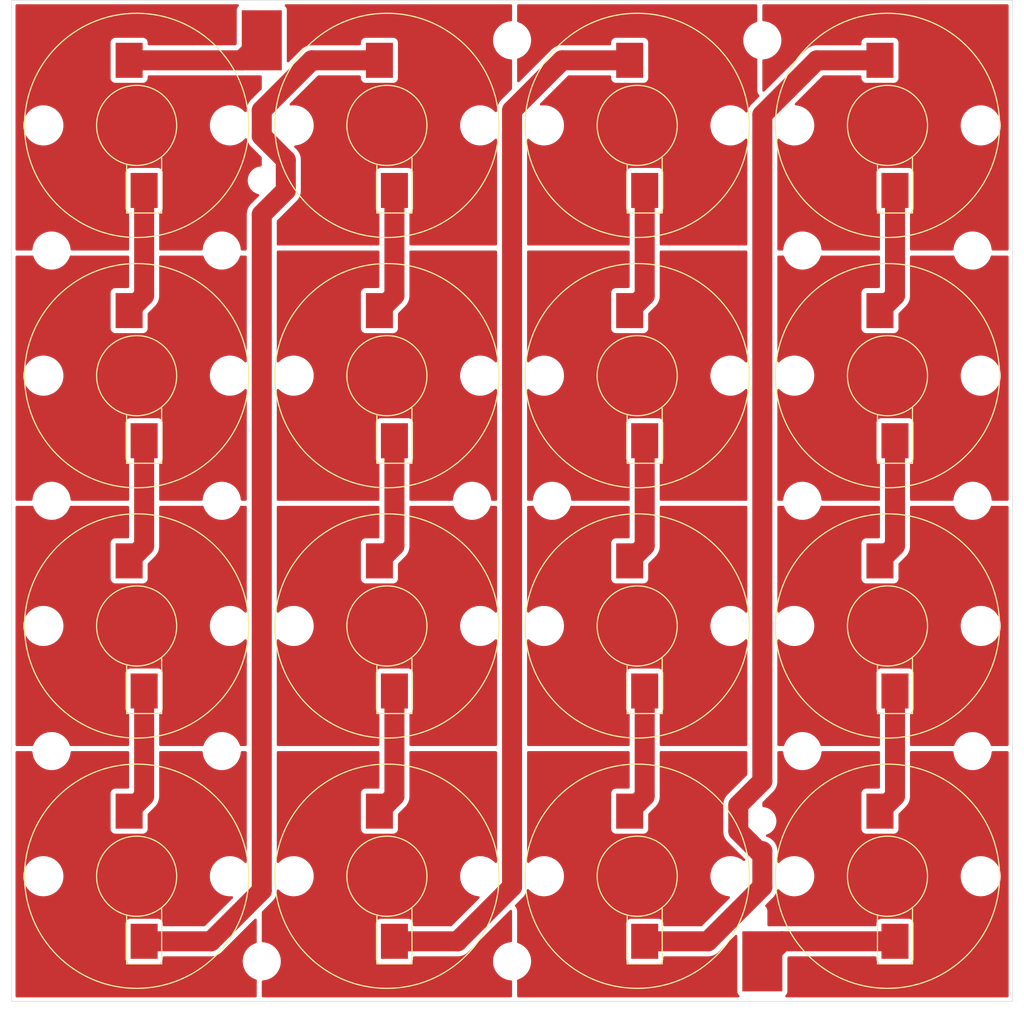
<source format=kicad_pcb>
(kicad_pcb (version 20241229) (generator "pcbnew") (generator_version "9.0")
  (layers (0 "F.Cu" signal) (2 "B.Cu" signal) (13 "F.Paste" user) (15 "B.Paste" user) (5 "F.SilkS" user "F.Silkscreen") (7 "B.SilkS" user "B.Silkscreen") (1 "F.Mask" user) (3 "B.Mask" user) (25 "Edge.Cuts" user))
  (net 0 "")
  (net 1 "Net-(D1-K)")
  (net 2 "unconnected-(D1-PAD-Pad3)")
  (net 3 "Net-(D2-K)")
  (net 4 "Net-(D3-K)")
  (net 5 "Net-(D5-K)")
  (net 6 "Net-(D10-A)")
  (net 7 "Net-(D10-K)")
  (net 8 "Net-(D11-K)")
  (net 9 "Net-(D4-K)")
  (net 10 "Net-(D12-K)")
  (net 11 "VCC")
  (net 12 "Net-(D13-K)")
  (net 13 "Net-(D14-K)")
  (net 14 "Net-(D15-K)")
  (net 15 "GND")
  (net 16 "unconnected-(D2-PAD-Pad3)")
  (net 17 "unconnected-(D3-PAD-Pad3)")
  (net 18 "unconnected-(D4-PAD-Pad3)")
  (net 19 "unconnected-(D5-PAD-Pad3)")
  (net 20 "unconnected-(D6-PAD-Pad3)")
  (net 21 "unconnected-(D7-PAD-Pad3)")
  (net 22 "unconnected-(D8-PAD-Pad3)")
  (net 23 "unconnected-(D9-PAD-Pad3)")
  (net 24 "unconnected-(D10-PAD-Pad3)")
  (net 25 "unconnected-(D11-PAD-Pad3)")
  (net 26 "unconnected-(D12-PAD-Pad3)")
  (net 27 "unconnected-(D13-PAD-Pad3)")
  (net 28 "unconnected-(D14-PAD-Pad3)")
  (net 29 "unconnected-(D15-PAD-Pad3)")
  (net 30 "unconnected-(D16-PAD-Pad3)")
  (net 31 "Net-(D6-K)")
  (net 32 "Net-(D7-K)")
  (net 33 "Net-(D8-K)")
  (footprint "MountingHole:MountingHole_3.2mm_M3" (layer "F.Cu") (at 25 96)
    (property "Reference" "H15" (hide yes))
    (property "Value" "MountingHole")
    (pad "" np_thru_hole circle (at 0 0) (size 3.2 3.2) (drill 3.2) (layers "*.Cu" "*.Mask"))
  )
  (footprint "misc:LED_3W_OTDIODE_COMBINED" (layer "F.Cu") (at 12.5 62.5 90)
    (property "Reference" "D3" (hide yes))
    (property "Value" "LED_Pad")
    (fp_line (start -4 -1) (end -8.75 -1) (stroke (width 0.12)) (layer "F.SilkS"))
    (fp_line (start -8.75 -1) (end -8.75 2.5) (stroke (width 0.12)) (layer "F.SilkS"))
    (fp_line (start -8.75 2.5) (end -3.25 2.5) (stroke (width 0.12)) (layer "F.SilkS"))
    (fp_circle (center 0 0) (end 11.2 0) (stroke (width 0.12)) (fill no) (layer "F.SilkS"))
    (fp_circle (center 0 0) (end 4 0) (stroke (width 0.12)) (fill no) (layer "F.SilkS"))
    (pad "" np_thru_hole circle (at 0 -9.315 90) (size 3.4 3.4) (drill 3.4) (layers "*.Cu" "*.Mask"))
    (pad "" np_thru_hole circle (at 0 9.315 90) (size 3.4 3.4) (drill 3.4) (layers "*.Cu" "*.Mask"))
    (pad "1" smd rect (at -6.5 0.75 90) (size 3.5 2.7) (layers "F.Cu" "F.Mask" "F.Paste") (net 4 "Net-(D3-K)"))
    (pad "2" smd rect (at 6.5 -0.75 90) (size 3.5 2.7) (layers "F.Cu" "F.Mask" "F.Paste") (net 3 "Net-(D2-K)"))
    (pad "3" smd circle (at 0 0 90) (size 6 6) (layers "F.Cu" "F.Mask" "F.Paste") (net 17 "unconnected-(D3-PAD-Pad3)"))
  )
  (footprint "MountingHole:MountingHole_3.2mm_M3" (layer "F.Cu") (at 79 25)
    (property "Reference" "H10" (hide yes))
    (property "Value" "MountingHole")
    (pad "" np_thru_hole circle (at 0 0) (size 3.2 3.2) (drill 3.2) (layers "*.Cu" "*.Mask"))
  )
  (footprint "misc:LED_3W_OTDIODE_COMBINED" (layer "F.Cu") (at 37.5 12.5 90)
    (property "Reference" "D5" (hide yes))
    (property "Value" "LED_Pad")
    (fp_line (start -4 -1) (end -8.75 -1) (stroke (width 0.12)) (layer "F.SilkS"))
    (fp_line (start -8.75 -1) (end -8.75 2.5) (stroke (width 0.12)) (layer "F.SilkS"))
    (fp_line (start -8.75 2.5) (end -3.25 2.5) (stroke (width 0.12)) (layer "F.SilkS"))
    (fp_circle (center 0 0) (end 11.2 0) (stroke (width 0.12)) (fill no) (layer "F.SilkS"))
    (fp_circle (center 0 0) (end 4 0) (stroke (width 0.12)) (fill no) (layer "F.SilkS"))
    (pad "" np_thru_hole circle (at 0 -9.315 90) (size 3.4 3.4) (drill 3.4) (layers "*.Cu" "*.Mask"))
    (pad "" np_thru_hole circle (at 0 9.315 90) (size 3.4 3.4) (drill 3.4) (layers "*.Cu" "*.Mask"))
    (pad "1" smd rect (at -6.5 0.75 90) (size 3.5 2.7) (layers "F.Cu" "F.Mask" "F.Paste") (net 5 "Net-(D5-K)"))
    (pad "2" smd rect (at 6.5 -0.75 90) (size 3.5 2.7) (layers "F.Cu" "F.Mask" "F.Paste") (net 9 "Net-(D4-K)"))
    (pad "3" smd circle (at 0 0 90) (size 6 6) (layers "F.Cu" "F.Mask" "F.Paste") (net 19 "unconnected-(D5-PAD-Pad3)"))
  )
  (footprint "MountingHole:MountingHole_3.2mm_M3" (layer "F.Cu") (at 46 50)
    (property "Reference" "H9" (hide yes))
    (property "Value" "MountingHole")
    (pad "" np_thru_hole circle (at 0 0) (size 3.2 3.2) (drill 3.2) (layers "*.Cu" "*.Mask"))
  )
  (footprint "MountingHole:MountingHole_3.2mm_M3" (layer "F.Cu") (at 21 50)
    (property "Reference" "H16" (hide yes))
    (property "Value" "MountingHole")
    (pad "" np_thru_hole circle (at 0 0) (size 3.2 3.2) (drill 3.2) (layers "*.Cu" "*.Mask"))
  )
  (footprint "MountingHole:MountingHole_3.2mm_M3" (layer "F.Cu") (at 4 25)
    (property "Reference" "H3" (hide yes))
    (property "Value" "MountingHole")
    (pad "" np_thru_hole circle (at 0 0) (size 3.2 3.2) (drill 3.2) (layers "*.Cu" "*.Mask"))
  )
  (footprint "MountingHole:MountingHole_2.2mm_M2" (layer "F.Cu") (at 25 18 -90)
    (property "Reference" "H1" (hide yes))
    (property "Value" "MountingHole")
    (pad "" np_thru_hole circle (at 0 0 270) (size 2.2 2.2) (drill 2.2) (layers "*.Cu" "*.Mask"))
  )
  (footprint "MountingHole:MountingHole_3.2mm_M3" (layer "F.Cu") (at 79 75)
    (property "Reference" "H4" (hide yes))
    (property "Value" "MountingHole")
    (pad "" np_thru_hole circle (at 0 0) (size 3.2 3.2) (drill 3.2) (layers "*.Cu" "*.Mask"))
  )
  (footprint "MountingHole:MountingHole_3.2mm_M3" (layer "F.Cu") (at 54 50)
    (property "Reference" "H20" (hide yes))
    (property "Value" "MountingHole")
    (pad "" np_thru_hole circle (at 0 0) (size 3.2 3.2) (drill 3.2) (layers "*.Cu" "*.Mask"))
  )
  (footprint "MountingHole:MountingHole_3.2mm_M3" (layer "F.Cu") (at 50 4)
    (property "Reference" "H14" (hide yes))
    (property "Value" "MountingHole")
    (pad "" np_thru_hole circle (at 0 0) (size 3.2 3.2) (drill 3.2) (layers "*.Cu" "*.Mask"))
  )
  (footprint "misc:LED_3W_OTDIODE_COMBINED" (layer "F.Cu") (at 12.5 87.5 90)
    (property "Reference" "D4" (hide yes))
    (property "Value" "LED_Pad")
    (fp_line (start -4 -1) (end -8.75 -1) (stroke (width 0.12)) (layer "F.SilkS"))
    (fp_line (start -8.75 -1) (end -8.75 2.5) (stroke (width 0.12)) (layer "F.SilkS"))
    (fp_line (start -8.75 2.5) (end -3.25 2.5) (stroke (width 0.12)) (layer "F.SilkS"))
    (fp_circle (center 0 0) (end 11.2 0) (stroke (width 0.12)) (fill no) (layer "F.SilkS"))
    (fp_circle (center 0 0) (end 4 0) (stroke (width 0.12)) (fill no) (layer "F.SilkS"))
    (pad "" np_thru_hole circle (at 0 -9.315 90) (size 3.4 3.4) (drill 3.4) (layers "*.Cu" "*.Mask"))
    (pad "" np_thru_hole circle (at 0 9.315 90) (size 3.4 3.4) (drill 3.4) (layers "*.Cu" "*.Mask"))
    (pad "1" smd rect (at -6.5 0.75 90) (size 3.5 2.7) (layers "F.Cu" "F.Mask" "F.Paste") (net 9 "Net-(D4-K)"))
    (pad "2" smd rect (at 6.5 -0.75 90) (size 3.5 2.7) (layers "F.Cu" "F.Mask" "F.Paste") (net 4 "Net-(D3-K)"))
    (pad "3" smd circle (at 0 0 90) (size 6 6) (layers "F.Cu" "F.Mask" "F.Paste") (net 18 "unconnected-(D4-PAD-Pad3)"))
  )
  (footprint "MountingHole:MountingHole_3.2mm_M3" (layer "F.Cu") (at 50 96)
    (property "Reference" "H19" (hide yes))
    (property "Value" "MountingHole")
    (pad "" np_thru_hole circle (at 0 0) (size 3.2 3.2) (drill 3.2) (layers "*.Cu" "*.Mask"))
  )
  (footprint "MountingHole:MountingHole_3.2mm_M3" (layer "F.Cu") (at 4 50)
    (property "Reference" "H12" (hide yes))
    (property "Value" "MountingHole")
    (pad "" np_thru_hole circle (at 0 0) (size 3.2 3.2) (drill 3.2) (layers "*.Cu" "*.Mask"))
  )
  (footprint "MountingHole:MountingHole_3.2mm_M3" (layer "F.Cu") (at 96 50)
    (property "Reference" "H13" (hide yes))
    (property "Value" "MountingHole")
    (pad "" np_thru_hole circle (at 0 0) (size 3.2 3.2) (drill 3.2) (layers "*.Cu" "*.Mask"))
  )
  (footprint "misc:SolderWirePad_1x01_SMD_4x6mm" (layer "F.Cu") (at 75 96)
    (property "Reference" "TP2" (hide yes))
    (property "Value" "TestPoint")
    (pad "1" smd rect (at 0 0) (size 4 6) (layers "F.Cu" "F.Mask" "F.Paste") (net 15 "GND"))
  )
  (footprint "misc:LED_3W_OTDIODE_COMBINED" (layer "F.Cu") (at 62.5 62.5 90)
    (property "Reference" "D11" (hide yes))
    (property "Value" "LED_Pad")
    (fp_line (start -4 -1) (end -8.75 -1) (stroke (width 0.12)) (layer "F.SilkS"))
    (fp_line (start -8.75 -1) (end -8.75 2.5) (stroke (width 0.12)) (layer "F.SilkS"))
    (fp_line (start -8.75 2.5) (end -3.25 2.5) (stroke (width 0.12)) (layer "F.SilkS"))
    (fp_circle (center 0 0) (end 11.2 0) (stroke (width 0.12)) (fill no) (layer "F.SilkS"))
    (fp_circle (center 0 0) (end 4 0) (stroke (width 0.12)) (fill no) (layer "F.SilkS"))
    (pad "" np_thru_hole circle (at 0 -9.315 90) (size 3.4 3.4) (drill 3.4) (layers "*.Cu" "*.Mask"))
    (pad "" np_thru_hole circle (at 0 9.315 90) (size 3.4 3.4) (drill 3.4) (layers "*.Cu" "*.Mask"))
    (pad "1" smd rect (at -6.5 0.75 90) (size 3.5 2.7) (layers "F.Cu" "F.Mask" "F.Paste") (net 8 "Net-(D11-K)"))
    (pad "2" smd rect (at 6.5 -0.75 90) (size 3.5 2.7) (layers "F.Cu" "F.Mask" "F.Paste") (net 7 "Net-(D10-K)"))
    (pad "3" smd circle (at 0 0 90) (size 6 6) (layers "F.Cu" "F.Mask" "F.Paste") (net 25 "unconnected-(D11-PAD-Pad3)"))
  )
  (footprint "MountingHole:MountingHole_2.2mm_M2" (layer "F.Cu") (at 75 82 -90)
    (property "Reference" "H2" (hide yes))
    (property "Value" "MountingHole")
    (pad "" np_thru_hole circle (at 0 0 270) (size 2.2 2.2) (drill 2.2) (layers "*.Cu" "*.Mask"))
  )
  (footprint "misc:LED_3W_OTDIODE_COMBINED" (layer "F.Cu") (at 87.5 37.5 90)
    (property "Reference" "D14" (hide yes))
    (property "Value" "LED_Pad")
    (fp_line (start -4 -1) (end -8.75 -1) (stroke (width 0.12)) (layer "F.SilkS"))
    (fp_line (start -8.75 -1) (end -8.75 2.5) (stroke (width 0.12)) (layer "F.SilkS"))
    (fp_line (start -8.75 2.5) (end -3.25 2.5) (stroke (width 0.12)) (layer "F.SilkS"))
    (fp_circle (center 0 0) (end 11.2 0) (stroke (width 0.12)) (fill no) (layer "F.SilkS"))
    (fp_circle (center 0 0) (end 4 0) (stroke (width 0.12)) (fill no) (layer "F.SilkS"))
    (pad "" np_thru_hole circle (at 0 -9.315 90) (size 3.4 3.4) (drill 3.4) (layers "*.Cu" "*.Mask"))
    (pad "" np_thru_hole circle (at 0 9.315 90) (size 3.4 3.4) (drill 3.4) (layers "*.Cu" "*.Mask"))
    (pad "1" smd rect (at -6.5 0.75 90) (size 3.5 2.7) (layers "F.Cu" "F.Mask" "F.Paste") (net 13 "Net-(D14-K)"))
    (pad "2" smd rect (at 6.5 -0.75 90) (size 3.5 2.7) (layers "F.Cu" "F.Mask" "F.Paste") (net 12 "Net-(D13-K)"))
    (pad "3" smd circle (at 0 0 90) (size 6 6) (layers "F.Cu" "F.Mask" "F.Paste") (net 28 "unconnected-(D14-PAD-Pad3)"))
  )
  (footprint "MountingHole:MountingHole_3.2mm_M3" (layer "F.Cu") (at 75 4)
    (property "Reference" "H18" (hide yes))
    (property "Value" "MountingHole")
    (pad "" np_thru_hole circle (at 0 0) (size 3.2 3.2) (drill 3.2) (layers "*.Cu" "*.Mask"))
  )
  (footprint "MountingHole:MountingHole_3.2mm_M3" (layer "F.Cu") (at 21 75)
    (property "Reference" "H11" (hide yes))
    (property "Value" "MountingHole")
    (pad "" np_thru_hole circle (at 0 0) (size 3.2 3.2) (drill 3.2) (layers "*.Cu" "*.Mask"))
  )
  (footprint "misc:LED_3W_OTDIODE_COMBINED" (layer "F.Cu") (at 12.5 37.5 90)
    (property "Reference" "D2" (hide yes))
    (property "Value" "LED_Pad")
    (fp_line (start -4 -1) (end -8.75 -1) (stroke (width 0.12)) (layer "F.SilkS"))
    (fp_line (start -8.75 -1) (end -8.75 2.5) (stroke (width 0.12)) (layer "F.SilkS"))
    (fp_line (start -8.75 2.5) (end -3.25 2.5) (stroke (width 0.12)) (layer "F.SilkS"))
    (fp_circle (center 0 0) (end 11.2 0) (stroke (width 0.12)) (fill no) (layer "F.SilkS"))
    (fp_circle (center 0 0) (end 4 0) (stroke (width 0.12)) (fill no) (layer "F.SilkS"))
    (pad "" np_thru_hole circle (at 0 -9.315 90) (size 3.4 3.4) (drill 3.4) (layers "*.Cu" "*.Mask"))
    (pad "" np_thru_hole circle (at 0 9.315 90) (size 3.4 3.4) (drill 3.4) (layers "*.Cu" "*.Mask"))
    (pad "1" smd rect (at -6.5 0.75 90) (size 3.5 2.7) (layers "F.Cu" "F.Mask" "F.Paste") (net 3 "Net-(D2-K)"))
    (pad "2" smd rect (at 6.5 -0.75 90) (size 3.5 2.7) (layers "F.Cu" "F.Mask" "F.Paste") (net 1 "Net-(D1-K)"))
    (pad "3" smd circle (at 0 0 90) (size 6 6) (layers "F.Cu" "F.Mask" "F.Paste") (net 16 "unconnected-(D2-PAD-Pad3)"))
  )
  (footprint "misc:LED_3W_OTDIODE_COMBINED" (layer "F.Cu") (at 62.5 87.5 90)
    (property "Reference" "D12" (hide yes))
    (property "Value" "LED_Pad")
    (fp_line (start -4 -1) (end -8.75 -1) (stroke (width 0.12)) (layer "F.SilkS"))
    (fp_line (start -8.75 -1) (end -8.75 2.5) (stroke (width 0.12)) (layer "F.SilkS"))
    (fp_line (start -8.75 2.5) (end -3.25 2.5) (stroke (width 0.12)) (layer "F.SilkS"))
    (fp_circle (center 0 0) (end 11.2 0) (stroke (width 0.12)) (fill no) (layer "F.SilkS"))
    (fp_circle (center 0 0) (end 4 0) (stroke (width 0.12)) (fill no) (layer "F.SilkS"))
    (pad "" np_thru_hole circle (at 0 -9.315 90) (size 3.4 3.4) (drill 3.4) (layers "*.Cu" "*.Mask"))
    (pad "" np_thru_hole circle (at 0 9.315 90) (size 3.4 3.4) (drill 3.4) (layers "*.Cu" "*.Mask"))
    (pad "1" smd rect (at -6.5 0.75 90) (size 3.5 2.7) (layers "F.Cu" "F.Mask" "F.Paste") (net 10 "Net-(D12-K)"))
    (pad "2" smd rect (at 6.5 -0.75 90) (size 3.5 2.7) (layers "F.Cu" "F.Mask" "F.Paste") (net 8 "Net-(D11-K)"))
    (pad "3" smd circle (at 0 0 90) (size 6 6) (layers "F.Cu" "F.Mask" "F.Paste") (net 26 "unconnected-(D12-PAD-Pad3)"))
  )
  (footprint "MountingHole:MountingHole_3.2mm_M3" (layer "F.Cu") (at 96 75)
    (property "Reference" "H7" (hide yes))
    (property "Value" "MountingHole")
    (pad "" np_thru_hole circle (at 0 0) (size 3.2 3.2) (drill 3.2) (layers "*.Cu" "*.Mask"))
  )
  (footprint "misc:LED_3W_OTDIODE_COMBINED" (layer "F.Cu") (at 37.5 37.5 90)
    (property "Reference" "D6" (hide yes))
    (property "Value" "LED_Pad")
    (fp_line (start -4 -1) (end -8.75 -1) (stroke (width 0.12)) (layer "F.SilkS"))
    (fp_line (start -8.75 -1) (end -8.75 2.5) (stroke (width 0.12)) (layer "F.SilkS"))
    (fp_line (start -8.75 2.5) (end -3.25 2.5) (stroke (width 0.12)) (layer "F.SilkS"))
    (fp_circle (center 0 0) (end 11.2 0) (stroke (width 0.12)) (fill no) (layer "F.SilkS"))
    (fp_circle (center 0 0) (end 4 0) (stroke (width 0.12)) (fill no) (layer "F.SilkS"))
    (pad "" np_thru_hole circle (at 0 -9.315 90) (size 3.4 3.4) (drill 3.4) (layers "*.Cu" "*.Mask"))
    (pad "" np_thru_hole circle (at 0 9.315 90) (size 3.4 3.4) (drill 3.4) (layers "*.Cu" "*.Mask"))
    (pad "1" smd rect (at -6.5 0.75 90) (size 3.5 2.7) (layers "F.Cu" "F.Mask" "F.Paste") (net 31 "Net-(D6-K)"))
    (pad "2" smd rect (at 6.5 -0.75 90) (size 3.5 2.7) (layers "F.Cu" "F.Mask" "F.Paste") (net 5 "Net-(D5-K)"))
    (pad "3" smd circle (at 0 0 90) (size 6 6) (layers "F.Cu" "F.Mask" "F.Paste") (net 20 "unconnected-(D6-PAD-Pad3)"))
  )
  (footprint "misc:SolderWirePad_1x01_SMD_4x6mm" (layer "F.Cu") (at 25 4)
    (property "Reference" "TP1" (hide yes))
    (property "Value" "TestPoint")
    (pad "1" smd rect (at 0 0) (size 4 6) (layers "F.Cu" "F.Mask" "F.Paste") (net 11 "VCC"))
  )
  (footprint "MountingHole:MountingHole_3.2mm_M3" (layer "F.Cu") (at 21 25)
    (property "Reference" "H5" (hide yes))
    (property "Value" "MountingHole")
    (pad "" np_thru_hole circle (at 0 0) (size 3.2 3.2) (drill 3.2) (layers "*.Cu" "*.Mask"))
  )
  (footprint "misc:LED_3W_OTDIODE_COMBINED" (layer "F.Cu") (at 37.5 62.5 90)
    (property "Reference" "D7" (hide yes))
    (property "Value" "LED_Pad")
    (fp_line (start -4 -1) (end -8.75 -1) (stroke (width 0.12)) (layer "F.SilkS"))
    (fp_line (start -8.75 -1) (end -8.75 2.5) (stroke (width 0.12)) (layer "F.SilkS"))
    (fp_line (start -8.75 2.5) (end -3.25 2.5) (stroke (width 0.12)) (layer "F.SilkS"))
    (fp_circle (center 0 0) (end 11.2 0) (stroke (width 0.12)) (fill no) (layer "F.SilkS"))
    (fp_circle (center 0 0) (end 4 0) (stroke (width 0.12)) (fill no) (layer "F.SilkS"))
    (pad "" np_thru_hole circle (at 0 -9.315 90) (size 3.4 3.4) (drill 3.4) (layers "*.Cu" "*.Mask"))
    (pad "" np_thru_hole circle (at 0 9.315 90) (size 3.4 3.4) (drill 3.4) (layers "*.Cu" "*.Mask"))
    (pad "1" smd rect (at -6.5 0.75 90) (size 3.5 2.7) (layers "F.Cu" "F.Mask" "F.Paste") (net 32 "Net-(D7-K)"))
    (pad "2" smd rect (at 6.5 -0.75 90) (size 3.5 2.7) (layers "F.Cu" "F.Mask" "F.Paste") (net 31 "Net-(D6-K)"))
    (pad "3" smd circle (at 0 0 90) (size 6 6) (layers "F.Cu" "F.Mask" "F.Paste") (net 21 "unconnected-(D7-PAD-Pad3)"))
  )
  (footprint "misc:LED_3W_OTDIODE_COMBINED" (layer "F.Cu") (at 62.5 37.5 90)
    (property "Reference" "D10" (hide yes))
    (property "Value" "LED_Pad")
    (fp_line (start -4 -1) (end -8.75 -1) (stroke (width 0.12)) (layer "F.SilkS"))
    (fp_line (start -8.75 -1) (end -8.75 2.5) (stroke (width 0.12)) (layer "F.SilkS"))
    (fp_line (start -8.75 2.5) (end -3.25 2.5) (stroke (width 0.12)) (layer "F.SilkS"))
    (fp_circle (center 0 0) (end 11.2 0) (stroke (width 0.12)) (fill no) (layer "F.SilkS"))
    (fp_circle (center 0 0) (end 4 0) (stroke (width 0.12)) (fill no) (layer "F.SilkS"))
    (pad "" np_thru_hole circle (at 0 -9.315 90) (size 3.4 3.4) (drill 3.4) (layers "*.Cu" "*.Mask"))
    (pad "" np_thru_hole circle (at 0 9.315 90) (size 3.4 3.4) (drill 3.4) (layers "*.Cu" "*.Mask"))
    (pad "1" smd rect (at -6.5 0.75 90) (size 3.5 2.7) (layers "F.Cu" "F.Mask" "F.Paste") (net 7 "Net-(D10-K)"))
    (pad "2" smd rect (at 6.5 -0.75 90) (size 3.5 2.7) (layers "F.Cu" "F.Mask" "F.Paste") (net 6 "Net-(D10-A)"))
    (pad "3" smd circle (at 0 0 90) (size 6 6) (layers "F.Cu" "F.Mask" "F.Paste") (net 24 "unconnected-(D10-PAD-Pad3)"))
  )
  (footprint "MountingHole:MountingHole_3.2mm_M3" (layer "F.Cu") (at 4 75)
    (property "Reference" "H6" (hide yes))
    (property "Value" "MountingHole")
    (pad "" np_thru_hole circle (at 0 0) (size 3.2 3.2) (drill 3.2) (layers "*.Cu" "*.Mask"))
  )
  (footprint "misc:LED_3W_OTDIODE_COMBINED" (layer "F.Cu") (at 37.5 87.5 90)
    (property "Reference" "D8" (hide yes))
    (property "Value" "LED_Pad")
    (fp_line (start -4 -1) (end -8.75 -1) (stroke (width 0.12)) (layer "F.SilkS"))
    (fp_line (start -8.75 -1) (end -8.75 2.5) (stroke (width 0.12)) (layer "F.SilkS"))
    (fp_line (start -8.75 2.5) (end -3.25 2.5) (stroke (width 0.12)) (layer "F.SilkS"))
    (fp_circle (center 0 0) (end 11.2 0) (stroke (width 0.12)) (fill no) (layer "F.SilkS"))
    (fp_circle (center 0 0) (end 4 0) (stroke (width 0.12)) (fill no) (layer "F.SilkS"))
    (pad "" np_thru_hole circle (at 0 -9.315 90) (size 3.4 3.4) (drill 3.4) (layers "*.Cu" "*.Mask"))
    (pad "" np_thru_hole circle (at 0 9.315 90) (size 3.4 3.4) (drill 3.4) (layers "*.Cu" "*.Mask"))
    (pad "1" smd rect (at -6.5 0.75 90) (size 3.5 2.7) (layers "F.Cu" "F.Mask" "F.Paste") (net 33 "Net-(D8-K)"))
    (pad "2" smd rect (at 6.5 -0.75 90) (size 3.5 2.7) (layers "F.Cu" "F.Mask" "F.Paste") (net 32 "Net-(D7-K)"))
    (pad "3" smd circle (at 0 0 90) (size 6 6) (layers "F.Cu" "F.Mask" "F.Paste") (net 22 "unconnected-(D8-PAD-Pad3)"))
  )
  (footprint "MountingHole:MountingHole_3.2mm_M3" (layer "F.Cu") (at 96 25)
    (property "Reference" "H8" (hide yes))
    (property "Value" "MountingHole")
    (pad "" np_thru_hole circle (at 0 0) (size 3.2 3.2) (drill 3.2) (layers "*.Cu" "*.Mask"))
  )
  (footprint "misc:LED_3W_OTDIODE_COMBINED" (layer "F.Cu") (at 12.5 12.5 90)
    (property "Reference" "D1" (hide yes))
    (property "Value" "LED_Pad")
    (fp_line (start -4 -1) (end -8.75 -1) (stroke (width 0.12)) (layer "F.SilkS"))
    (fp_line (start -8.75 -1) (end -8.75 2.5) (stroke (width 0.12)) (layer "F.SilkS"))
    (fp_line (start -8.75 2.5) (end -3.25 2.5) (stroke (width 0.12)) (layer "F.SilkS"))
    (fp_circle (center 0 0) (end 11.2 0) (stroke (width 0.12)) (fill no) (layer "F.SilkS"))
    (fp_circle (center 0 0) (end 4 0) (stroke (width 0.12)) (fill no) (layer "F.SilkS"))
    (pad "" np_thru_hole circle (at 0 -9.315 90) (size 3.4 3.4) (drill 3.4) (layers "*.Cu" "*.Mask"))
    (pad "" np_thru_hole circle (at 0 9.315 90) (size 3.4 3.4) (drill 3.4) (layers "*.Cu" "*.Mask"))
    (pad "1" smd rect (at -6.5 0.75 90) (size 3.5 2.7) (layers "F.Cu" "F.Mask" "F.Paste") (net 1 "Net-(D1-K)"))
    (pad "2" smd rect (at 6.5 -0.75 90) (size 3.5 2.7) (layers "F.Cu" "F.Mask" "F.Paste") (net 11 "VCC"))
    (pad "3" smd circle (at 0 0 90) (size 6 6) (layers "F.Cu" "F.Mask" "F.Paste") (net 2 "unconnected-(D1-PAD-Pad3)"))
  )
  (footprint "MountingHole:MountingHole_3.2mm_M3" (layer "F.Cu") (at 79 50)
    (property "Reference" "H17" (hide yes))
    (property "Value" "MountingHole")
    (pad "" np_thru_hole circle (at 0 0) (size 3.2 3.2) (drill 3.2) (layers "*.Cu" "*.Mask"))
  )
  (footprint "misc:LED_3W_OTDIODE_COMBINED" (layer "F.Cu") (at 62.5 12.5 90)
    (property "Reference" "D9" (hide yes))
    (property "Value" "LED_Pad")
    (fp_line (start -4 -1) (end -8.75 -1) (stroke (width 0.12)) (layer "F.SilkS"))
    (fp_line (start -8.75 -1) (end -8.75 2.5) (stroke (width 0.12)) (layer "F.SilkS"))
    (fp_line (start -8.75 2.5) (end -3.25 2.5) (stroke (width 0.12)) (layer "F.SilkS"))
    (fp_circle (center 0 0) (end 11.2 0) (stroke (width 0.12)) (fill no) (layer "F.SilkS"))
    (fp_circle (center 0 0) (end 4 0) (stroke (width 0.12)) (fill no) (layer "F.SilkS"))
    (pad "" np_thru_hole circle (at 0 -9.315 90) (size 3.4 3.4) (drill 3.4) (layers "*.Cu" "*.Mask"))
    (pad "" np_thru_hole circle (at 0 9.315 90) (size 3.4 3.4) (drill 3.4) (layers "*.Cu" "*.Mask"))
    (pad "1" smd rect (at -6.5 0.75 90) (size 3.5 2.7) (layers "F.Cu" "F.Mask" "F.Paste") (net 6 "Net-(D10-A)"))
    (pad "2" smd rect (at 6.5 -0.75 90) (size 3.5 2.7) (layers "F.Cu" "F.Mask" "F.Paste") (net 33 "Net-(D8-K)"))
    (pad "3" smd circle (at 0 0 90) (size 6 6) (layers "F.Cu" "F.Mask" "F.Paste") (net 23 "unconnected-(D9-PAD-Pad3)"))
  )
  (footprint "misc:LED_3W_OTDIODE_COMBINED" (layer "F.Cu") (at 87.5 87.5 90)
    (property "Reference" "D16" (hide yes))
    (property "Value" "LED_Pad")
    (fp_line (start -4 -1) (end -8.75 -1) (stroke (width 0.12)) (layer "F.SilkS"))
    (fp_line (start -8.75 -1) (end -8.75 2.5) (stroke (width 0.12)) (layer "F.SilkS"))
    (fp_line (start -8.75 2.5) (end -3.25 2.5) (stroke (width 0.12)) (layer "F.SilkS"))
    (fp_circle (center 0 0) (end 11.2 0) (stroke (width 0.12)) (fill no) (layer "F.SilkS"))
    (fp_circle (center 0 0) (end 4 0) (stroke (width 0.12)) (fill no) (layer "F.SilkS"))
    (pad "" np_thru_hole circle (at 0 -9.315 90) (size 3.4 3.4) (drill 3.4) (layers "*.Cu" "*.Mask"))
    (pad "" np_thru_hole circle (at 0 9.315 90) (size 3.4 3.4) (drill 3.4) (layers "*.Cu" "*.Mask"))
    (pad "1" smd rect (at -6.5 0.75 90) (size 3.5 2.7) (layers "F.Cu" "F.Mask" "F.Paste") (net 15 "GND"))
    (pad "2" smd rect (at 6.5 -0.75 90) (size 3.5 2.7) (layers "F.Cu" "F.Mask" "F.Paste") (net 14 "Net-(D15-K)"))
    (pad "3" smd circle (at 0 0 90) (size 6 6) (layers "F.Cu" "F.Mask" "F.Paste") (net 30 "unconnected-(D16-PAD-Pad3)"))
  )
  (footprint "misc:LED_3W_OTDIODE_COMBINED" (layer "F.Cu") (at 87.5 12.5 90)
    (property "Reference" "D13" (hide yes))
    (property "Value" "LED_Pad")
    (fp_line (start -4 -1) (end -8.75 -1) (stroke (width 0.12)) (layer "F.SilkS"))
    (fp_line (start -8.75 -1) (end -8.75 2.5) (stroke (width 0.12)) (layer "F.SilkS"))
    (fp_line (start -8.75 2.5) (end -3.25 2.5) (stroke (width 0.12)) (layer "F.SilkS"))
    (fp_circle (center 0 0) (end 11.2 0) (stroke (width 0.12)) (fill no) (layer "F.SilkS"))
    (fp_circle (center 0 0) (end 4 0) (stroke (width 0.12)) (fill no) (layer "F.SilkS"))
    (pad "" np_thru_hole circle (at 0 -9.315 90) (size 3.4 3.4) (drill 3.4) (layers "*.Cu" "*.Mask"))
    (pad "" np_thru_hole circle (at 0 9.315 90) (size 3.4 3.4) (drill 3.4) (layers "*.Cu" "*.Mask"))
    (pad "1" smd rect (at -6.5 0.75 90) (size 3.5 2.7) (layers "F.Cu" "F.Mask" "F.Paste") (net 12 "Net-(D13-K)"))
    (pad "2" smd rect (at 6.5 -0.75 90) (size 3.5 2.7) (layers "F.Cu" "F.Mask" "F.Paste") (net 10 "Net-(D12-K)"))
    (pad "3" smd circle (at 0 0 90) (size 6 6) (layers "F.Cu" "F.Mask" "F.Paste") (net 27 "unconnected-(D13-PAD-Pad3)"))
  )
  (footprint "misc:LED_3W_OTDIODE_COMBINED" (layer "F.Cu") (at 87.5 62.5 90)
    (property "Reference" "D15" (hide yes))
    (property "Value" "LED_Pad")
    (fp_line (start -4 -1) (end -8.75 -1) (stroke (width 0.12)) (layer "F.SilkS"))
    (fp_line (start -8.75 -1) (end -8.75 2.5) (stroke (width 0.12)) (layer "F.SilkS"))
    (fp_line (start -8.75 2.5) (end -3.25 2.5) (stroke (width 0.12)) (layer "F.SilkS"))
    (fp_circle (center 0 0) (end 11.2 0) (stroke (width 0.12)) (fill no) (layer "F.SilkS"))
    (fp_circle (center 0 0) (end 4 0) (stroke (width 0.12)) (fill no) (layer "F.SilkS"))
    (pad "" np_thru_hole circle (at 0 -9.315 90) (size 3.4 3.4) (drill 3.4) (layers "*.Cu" "*.Mask"))
    (pad "" np_thru_hole circle (at 0 9.315 90) (size 3.4 3.4) (drill 3.4) (layers "*.Cu" "*.Mask"))
    (pad "1" smd rect (at -6.5 0.75 90) (size 3.5 2.7) (layers "F.Cu" "F.Mask" "F.Paste") (net 14 "Net-(D15-K)"))
    (pad "2" smd rect (at 6.5 -0.75 90) (size 3.5 2.7) (layers "F.Cu" "F.Mask" "F.Paste") (net 13 "Net-(D14-K)"))
    (pad "3" smd circle (at 0 0 90) (size 6 6) (layers "F.Cu" "F.Mask" "F.Paste") (net 29 "unconnected-(D15-PAD-Pad3)"))
  )
  (gr_rect (start 0 0) (end 100 100) (stroke (width 0.05)) (fill no) (layer "Edge.Cuts"))
  (segment (start 13.25 19) (end 13.25 29.5) (width 2) (layer "F.Cu") (net 1))
  (segment (start 13.25 29.5) (end 11.75 31) (width 2) (layer "F.Cu") (net 1))
  (segment (start 13.25 54.5) (end 11.75 56) (width 2) (layer "F.Cu") (net 3))
  (segment (start 13.25 44) (end 13.25 54.5) (width 2) (layer "F.Cu") (net 3))
  (segment (start 13.25 69) (end 13.25 79.5) (width 2) (layer "F.Cu") (net 4))
  (segment (start 13.25 79.5) (end 11.75 81) (width 2) (layer "F.Cu") (net 4))
  (segment (start 38.25 19) (end 38.25 29.5) (width 2) (layer "F.Cu") (net 5))
  (segment (start 38.25 29.5) (end 36.75 31) (width 2) (layer "F.Cu") (net 5))
  (segment (start 63.25 29.5) (end 61.75 31) (width 2) (layer "F.Cu") (net 6))
  (segment (start 63.25 19) (end 63.25 29.5) (width 2) (layer "F.Cu") (net 6))
  (segment (start 63.25 44) (end 63.25 54.5) (width 2) (layer "F.Cu") (net 7))
  (segment (start 63.25 54.5) (end 61.75 56) (width 2) (layer "F.Cu") (net 7))
  (segment (start 63.25 79.5) (end 61.75 81) (width 2) (layer "F.Cu") (net 8))
  (segment (start 63.25 69) (end 63.25 79.5) (width 2) (layer "F.Cu") (net 8))
  (segment (start 25 11) (end 30 6) (width 2) (layer "F.Cu") (net 9))
  (segment (start 27.401 15.960055) (end 25 13.559055) (width 2) (layer "F.Cu") (net 9))
  (segment (start 19.927055 94) (end 25 88.927055) (width 2) (layer "F.Cu") (net 9))
  (segment (start 25 13.559055) (end 25 11) (width 2) (layer "F.Cu") (net 9))
  (segment (start 25 88.927055) (end 25 21.395527) (width 2) (layer "F.Cu") (net 9))
  (segment (start 25 21.395527) (end 27.401 18.994527) (width 2) (layer "F.Cu") (net 9))
  (segment (start 27.401 18.994527) (end 27.401 15.960055) (width 2) (layer "F.Cu") (net 9))
  (segment (start 30 6) (end 36.75 6) (width 2) (layer "F.Cu") (net 9))
  (segment (start 13.25 94) (end 19.927055 94) (width 2) (layer "F.Cu") (net 9))
  (segment (start 75 85) (end 74.604473 85) (width 2) (layer "F.Cu") (net 10))
  (segment (start 80.440945 6) (end 86.75 6) (width 2) (layer "F.Cu") (net 10))
  (segment (start 72.599 82.994527) (end 72.599 80.401) (width 2) (layer "F.Cu") (net 10))
  (segment (start 75 11.440945) (end 80.440945 6) (width 2) (layer "F.Cu") (net 10))
  (segment (start 69.559055 94) (end 75 88.559055) (width 2) (layer "F.Cu") (net 10))
  (segment (start 72.599 80.401) (end 75 78) (width 2) (layer "F.Cu") (net 10))
  (segment (start 75 78) (end 75 11.440945) (width 2) (layer "F.Cu") (net 10))
  (segment (start 75 88.559055) (end 75 85) (width 2) (layer "F.Cu") (net 10))
  (segment (start 74.604473 85) (end 72.599 82.994527) (width 2) (layer "F.Cu") (net 10))
  (segment (start 63.25 94) (end 69.559055 94) (width 2) (layer "F.Cu") (net 10))
  (segment (start 11.75 6) (end 23 6) (width 2) (layer "F.Cu") (net 11))
  (segment (start 23 6) (end 25 4) (width 2) (layer "F.Cu") (net 11))
  (segment (start 88.25 19) (end 88.25 29.5) (width 2) (layer "F.Cu") (net 12))
  (segment (start 88.25 29.5) (end 86.75 31) (width 2) (layer "F.Cu") (net 12))
  (segment (start 88.25 54.5) (end 86.75 56) (width 2) (layer "F.Cu") (net 13))
  (segment (start 88.25 44) (end 88.25 54.5) (width 2) (layer "F.Cu") (net 13))
  (segment (start 88.25 69) (end 88.25 79.5) (width 2) (layer "F.Cu") (net 14))
  (segment (start 88.25 79.5) (end 86.75 81) (width 2) (layer "F.Cu") (net 14))
  (segment (start 77 94) (end 75 96) (width 2) (layer "F.Cu") (net 15))
  (segment (start 88.25 94) (end 77 94) (width 2) (layer "F.Cu") (net 15))
  (segment (start 38.25 54.5) (end 36.75 56) (width 2) (layer "F.Cu") (net 31))
  (segment (start 38.25 44) (end 38.25 54.5) (width 2) (layer "F.Cu") (net 31))
  (segment (start 38.25 69) (end 38.25 79.5) (width 2) (layer "F.Cu") (net 32))
  (segment (start 38.25 79.5) (end 36.75 81) (width 2) (layer "F.Cu") (net 32))
  (segment (start 44.559055 94) (end 50 88.559055) (width 2) (layer "F.Cu") (net 33))
  (segment (start 50 88.559055) (end 50 11) (width 2) (layer "F.Cu") (net 33))
  (segment (start 50 11) (end 55 6) (width 2) (layer "F.Cu") (net 33))
  (segment (start 38.25 94) (end 44.559055 94) (width 2) (layer "F.Cu") (net 33))
  (segment (start 55 6) (end 61.75 6) (width 2) (layer "F.Cu") (net 33))
  (zone (net 29) (net_name "unconnected-(D15-PAD-Pad3)") (layer "F.Cu") (connect_pads yes (clearance 0.5)) (min_thickness 0.25) (fill yes (thermal_gap 0.5) (thermal_bridge_width 0.5))
    (polygon (pts (xy 75 50) (xy 100 50) (xy 100 75) (xy 75 75)))
  )
  (zone (net 28) (net_name "unconnected-(D14-PAD-Pad3)") (layer "F.Cu") (connect_pads yes (clearance 0.5)) (min_thickness 0.25) (fill yes (thermal_gap 0.5) (thermal_bridge_width 0.5))
    (polygon (pts (xy 75 25) (xy 100 25) (xy 100 50) (xy 75 50)))
  )
  (zone (net 21) (net_name "unconnected-(D7-PAD-Pad3)") (layer "F.Cu") (connect_pads yes (clearance 0.5)) (min_thickness 0.25) (fill yes (thermal_gap 0.5) (thermal_bridge_width 0.5))
    (polygon (pts (xy 25 50) (xy 50 50) (xy 50 75) (xy 25 75)))
  )
  (zone (net 17) (net_name "unconnected-(D3-PAD-Pad3)") (layer "F.Cu") (connect_pads yes (clearance 0.5)) (min_thickness 0.25) (fill yes (thermal_gap 0.5) (thermal_bridge_width 0.5))
    (polygon (pts (xy 0 50) (xy 25 50) (xy 25 75) (xy 0 75)))
  )
  (zone (net 23) (net_name "unconnected-(D9-PAD-Pad3)") (layer "F.Cu") (connect_pads yes (clearance 0.5)) (min_thickness 0.25) (fill yes (thermal_gap 0.5) (thermal_bridge_width 0.5))
    (polygon (pts (xy 50 0) (xy 75 0) (xy 75 25) (xy 50 25)))
  )
  (zone (net 30) (net_name "unconnected-(D16-PAD-Pad3)") (layer "F.Cu") (connect_pads yes (clearance 0.5)) (min_thickness 0.25) (fill yes (thermal_gap 0.5) (thermal_bridge_width 0.5))
    (polygon (pts (xy 75 75) (xy 100 75) (xy 100 100) (xy 75 100)))
  )
  (zone (net 19) (net_name "unconnected-(D5-PAD-Pad3)") (layer "F.Cu") (connect_pads yes (clearance 0.5)) (min_thickness 0.25) (fill yes (thermal_gap 0.5) (thermal_bridge_width 0.5))
    (polygon (pts (xy 25 0) (xy 50 0) (xy 50 25) (xy 25 25)))
  )
  (zone (net 27) (net_name "unconnected-(D13-PAD-Pad3)") (layer "F.Cu") (connect_pads yes (clearance 0.5)) (min_thickness 0.25) (fill yes (thermal_gap 0.5) (thermal_bridge_width 0.5))
    (polygon (pts (xy 75 0) (xy 100 0) (xy 100 25) (xy 75 25)))
  )
  (zone (net 25) (net_name "unconnected-(D11-PAD-Pad3)") (layer "F.Cu") (connect_pads yes (clearance 0.5)) (min_thickness 0.25) (fill yes (thermal_gap 0.5) (thermal_bridge_width 0.5))
    (polygon (pts (xy 50 50) (xy 75 50) (xy 75 75) (xy 50 75)))
  )
  (zone (net 16) (net_name "unconnected-(D2-PAD-Pad3)") (layer "F.Cu") (connect_pads yes (clearance 0.5)) (min_thickness 0.25) (fill yes (thermal_gap 0.5) (thermal_bridge_width 0.5))
    (polygon (pts (xy 0 25) (xy 25 25) (xy 25 50) (xy 0 50)))
  )
  (zone (net 26) (net_name "unconnected-(D12-PAD-Pad3)") (layer "F.Cu") (connect_pads yes (clearance 0.5)) (min_thickness 0.25) (fill yes (thermal_gap 0.5) (thermal_bridge_width 0.5))
    (polygon (pts (xy 50 75) (xy 75 75) (xy 75 100) (xy 50 100)))
  )
  (zone (net 18) (net_name "unconnected-(D4-PAD-Pad3)") (layer "F.Cu") (connect_pads yes (clearance 0.5)) (min_thickness 0.25) (fill yes (thermal_gap 0.5) (thermal_bridge_width 0.5))
    (polygon (pts (xy 0 75) (xy 25 75) (xy 25 100) (xy 0 100)))
  )
  (zone (net 22) (net_name "unconnected-(D8-PAD-Pad3)") (layer "F.Cu") (connect_pads yes (clearance 0.5)) (min_thickness 0.25) (fill yes (thermal_gap 0.5) (thermal_bridge_width 0.5))
    (polygon (pts (xy 25 75) (xy 50 75) (xy 50 100) (xy 25 100)))
  )
  (zone (net 20) (net_name "unconnected-(D6-PAD-Pad3)") (layer "F.Cu") (connect_pads yes (clearance 0.5)) (min_thickness 0.25) (fill yes (thermal_gap 0.5) (thermal_bridge_width 0.5))
    (polygon (pts (xy 25 25) (xy 50 25) (xy 50 50) (xy 25 50)))
  )
  (zone (net 2) (net_name "unconnected-(D1-PAD-Pad3)") (layer "F.Cu") (connect_pads yes (clearance 0.5)) (min_thickness 0.25) (fill yes (thermal_gap 0.5) (thermal_bridge_width 0.5))
    (polygon (pts (xy 0 0) (xy 25 0) (xy 25 25) (xy 0 25)))
  )
  (zone (net 24) (net_name "unconnected-(D10-PAD-Pad3)") (layer "F.Cu") (connect_pads yes (clearance 0.5)) (min_thickness 0.25) (fill yes (thermal_gap 0.5) (thermal_bridge_width 0.5))
    (polygon (pts (xy 50 25) (xy 75 25) (xy 75 50) (xy 50 50)))
  )
)
</source>
